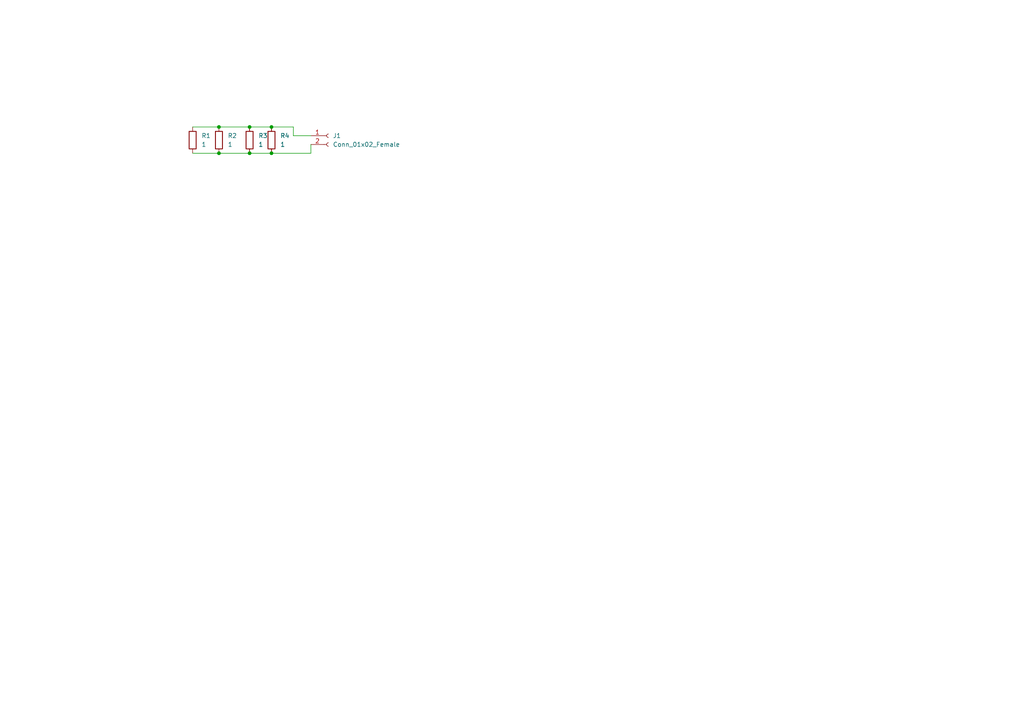
<source format=kicad_sch>
(kicad_sch (version 20211123) (generator eeschema)
  (paper "A4")
  (lib_symbols
    (symbol "Connector:Conn_01x02_Female" (pin_names (offset 1.016) hide)
      (property "Reference" "J" (at 0 2.54 0))
      (property "Value" "Conn_01x02_Female" (at 0 -5.08 0))
      (symbol "Conn_01x02_Female_1_1"
        (arc (start 0 -2.032) (mid -0.508 -2.54) (end 0 -3.048) (stroke (width 0.1524)))
        (polyline (pts (xy -1.27 -2.54) (xy -0.508 -2.54)) (stroke (width 0.1524)))
        (polyline (pts (xy -1.27 0) (xy -0.508 0)) (stroke (width 0.1524)))
        (arc (start 0 0.508) (mid -0.508 0) (end 0 -0.508) (stroke (width 0.1524)))
        (pin passive line (at -5.08 0 0) (length 3.81) (name "Pin_1") (number "1"))
        (pin passive line (at -5.08 -2.54 0) (length 3.81) (name "Pin_2") (number "2"))
      )
    )
    (symbol "Device:R" (pin_numbers hide) (pin_names (offset 0))
      (property "Reference" "R" (at 2.032 0 90))
      (property "Value" "R" (at 0 0 90))
      (symbol "R_0_1"
        (rectangle (start -1.016 -2.54) (end 1.016 2.54) (stroke (width 0.254)))
      )
      (symbol "R_1_1"
        (pin passive line (at 0 3.81 270) (length 1.27) (name "~") (number "1"))
        (pin passive line (at 0 -3.81 90) (length 1.27) (name "~") (number "2"))
      )
    )
  )
  (junction (at 72.39 44.45))
  (junction (at 63.5 44.45))
  (junction (at 78.74 36.83))
  (junction (at 63.5 36.83))
  (junction (at 78.74 44.45))
  (junction (at 72.39 36.83))
  (wire (pts (xy 55.88 36.83) (xy 63.5 36.83)))
  (wire (pts (xy 72.39 44.45) (xy 78.74 44.45)))
  (wire (pts (xy 55.88 44.45) (xy 63.5 44.45)))
  (wire (pts (xy 85.09 39.37) (xy 85.09 36.83)))
  (wire (pts (xy 63.5 36.83) (xy 72.39 36.83)))
  (wire (pts (xy 72.39 36.83) (xy 78.74 36.83)))
  (wire (pts (xy 90.17 41.91) (xy 90.17 44.45)))
  (wire (pts (xy 78.74 36.83) (xy 85.09 36.83)))
  (wire (pts (xy 90.17 44.45) (xy 78.74 44.45)))
  (wire (pts (xy 90.17 39.37) (xy 85.09 39.37)))
  (wire (pts (xy 63.5 44.45) (xy 72.39 44.45)))
  (symbol (lib_id "Device:R") (at 78.74 40.64 0) (unit 1)
    (property "Reference" "R4" (at 81.28 39.3699 0) (effects (justify left)))
    (property "Value" "1" (at 81.28 41.9099 0) (effects (justify left)))
    (property "Footprint" "Resistor_THT:R_Axial_Power_L20.0mm_W6.4mm_P25.40mm" (effects hide))
  )
  (symbol (lib_id "Device:R") (at 72.39 40.64 0) (unit 1)
    (property "Reference" "R3" (at 74.93 39.3699 0) (effects (justify left)))
    (property "Value" "1" (at 74.93 41.9099 0) (effects (justify left)))
    (property "Footprint" "Resistor_THT:R_Axial_Power_L20.0mm_W6.4mm_P25.40mm" (effects hide))
  )
  (symbol (lib_id "Device:R") (at 63.5 40.64 0) (unit 1)
    (property "Reference" "R2" (at 66.04 39.3699 0) (effects (justify left)))
    (property "Value" "1" (at 66.04 41.9099 0) (effects (justify left)))
    (property "Footprint" "Resistor_THT:R_Axial_Power_L20.0mm_W6.4mm_P25.40mm" (effects hide))
  )
  (symbol (lib_id "Connector:Conn_01x02_Female") (at 95.25 39.37 0) (unit 1)
    (property "Reference" "J1" (at 96.52 39.3699 0) (effects (justify left)))
    (property "Value" "Conn_01x02_Female" (at 96.52 41.9099 0) (effects (justify left)))
    (property "Footprint" "Connector_AMASS:AMASS_XT60-M_1x02_P7.20mm_Vertical" (effects hide))
  )
  (symbol (lib_id "Device:R") (at 55.88 40.64 0) (unit 1)
    (property "Reference" "R1" (at 58.42 39.3699 0) (effects (justify left)))
    (property "Value" "1" (at 58.42 41.9099 0) (effects (justify left)))
    (property "Footprint" "Resistor_THT:R_Axial_Power_L20.0mm_W6.4mm_P25.40mm" (effects hide))
  )
)
</source>
